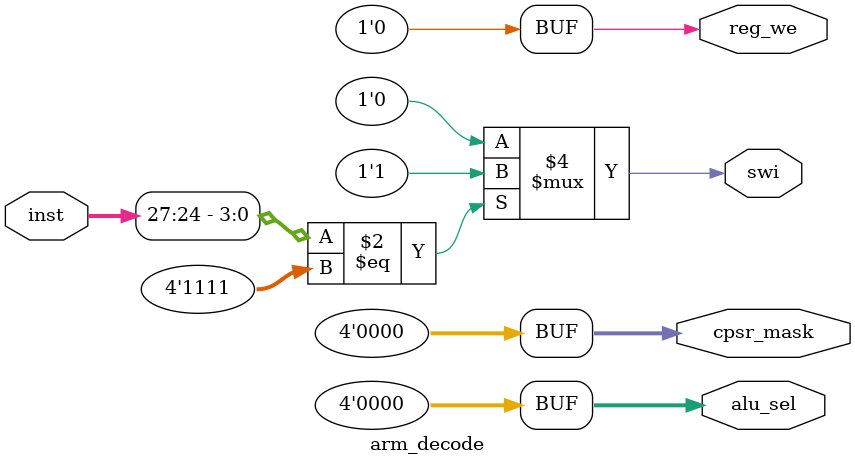
<source format=sv>
/*
 *
 * Redistributions of any form whatsoever must retain and/or include the
 * following acknowledgment, notices and disclaimer:
 *
 * This product includes software developed by Carnegie Mellon University.
 *
 * Copyright (c) 2004 by Babak Falsafi and James Hoe,
 * Computer Architecture Lab at Carnegie Mellon (CALCM),
 * Carnegie Mellon University.
 *
 * This source file was modified by Xiao Bo Zhao for the class 18-447 in
 * order to meet the requirements of an ARM processor.
 *
 * You may not use the name "Carnegie Mellon University" or derivations
 * thereof to endorse or promote products derived from this software.
 *
 * If you modify the software you must place a notice on or within any
 * modified version provided or made available to any third party stating
 * that you have modified the software.  The notice shall include at least
 * your name, address, phone number, email address and the date and purpose
 * of the modification.
 *
 * THE SOFTWARE IS PROVIDED "AS-IS" WITHOUT ANY WARRANTY OF ANY KIND, EITHER
 * EXPRESS, IMPLIED OR STATUTORY, INCLUDING BUT NOT LIMITED TO ANYWARRANTY
 * THAT THE SOFTWARE WILL CONFORM TO SPECIFICATIONS OR BE ERROR-FREE AND ANY
 * IMPLIED WARRANTIES OF MERCHANTABILITY, FITNESS FOR A PARTICULAR PURPOSE,
 * TITLE, OR NON-INFRINGEMENT.  IN NO EVENT SHALL CARNEGIE MELLON UNIVERSITY
 * BE LIABLE FOR ANY DAMAGES, INCLUDING BUT NOT LIMITED TO DIRECT, INDIRECT,
 * SPECIAL OR CONSEQUENTIAL DAMAGES, ARISING OUT OF, RESULTING FROM, OR IN
 * ANY WAY CONNECTED WITH THIS SOFTWARE (WHETHER OR NOT BASED UPON WARRANTY,
 * CONTRACT, TORT OR OTHERWISE).
 *
 */

// Include the ARM constants
`include "arm_defines.vh"
`include "internal_defines.vh"

////
//// arm_decode: Decode ARM instructions
////
//// inst       (input)  - Instruction inst
//// alu_sel    (output) - Selects the ALU function
//// reg_we     (output) - Write to the register file
//// cpsr_mask  (output) - Write to which NZCV flag
//// swi        (output) - Indicates swi encountered
////
module arm_decode
(
  // Outputs
  reg_we, cpsr_mask, alu_sel, swi,
  // Inputs
  inst
);

  input       [31:0] inst;
  output reg  reg_we;
  output reg  [3:0] cpsr_mask;
  output reg  swi;
  output reg  [3:0] alu_sel;

  // A rather boring decoder right now
  always_comb begin
    alu_sel = 4'h0;
    swi = 0;
    reg_we = 0;
    cpsr_mask = 4'b0000;

    if (inst[27:24] == 4'b1111)
      swi = 1;
  end

endmodule

</source>
